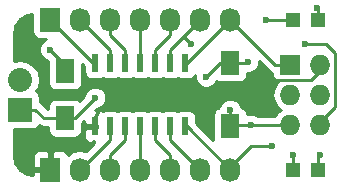
<source format=gbr>
G04 #@! TF.FileFunction,Copper,L1,Top,Signal*
%FSLAX46Y46*%
G04 Gerber Fmt 4.6, Leading zero omitted, Abs format (unit mm)*
G04 Created by KiCad (PCBNEW 4.0.5+dfsg1-4) date Sun Apr 15 21:38:30 2018*
%MOMM*%
%LPD*%
G01*
G04 APERTURE LIST*
%ADD10C,0.100000*%
%ADD11R,1.600000X2.000000*%
%ADD12R,1.198880X1.198880*%
%ADD13R,2.032000X2.032000*%
%ADD14O,2.032000X2.032000*%
%ADD15R,1.727200X2.032000*%
%ADD16O,1.727200X2.032000*%
%ADD17R,1.727200X1.727200*%
%ADD18O,1.727200X1.727200*%
%ADD19R,0.600000X1.500000*%
%ADD20C,0.600000*%
%ADD21C,0.250000*%
%ADD22C,0.254000*%
G04 APERTURE END LIST*
D10*
D11*
X158750000Y-82010000D03*
X158750000Y-78010000D03*
D12*
X178020980Y-73660000D03*
X180119020Y-73660000D03*
X180119020Y-86360000D03*
X178020980Y-86360000D03*
D13*
X154940000Y-81280000D03*
D14*
X154940000Y-78740000D03*
D15*
X157480000Y-86360000D03*
D16*
X160020000Y-86360000D03*
X162560000Y-86360000D03*
X165100000Y-86360000D03*
X167640000Y-86360000D03*
X170180000Y-86360000D03*
X172720000Y-86360000D03*
D15*
X157480000Y-73660000D03*
D16*
X160020000Y-73660000D03*
X162560000Y-73660000D03*
X165100000Y-73660000D03*
X167640000Y-73660000D03*
X170180000Y-73660000D03*
X172720000Y-73660000D03*
D17*
X177800000Y-77470000D03*
D18*
X180340000Y-77470000D03*
X177800000Y-80010000D03*
X180340000Y-80010000D03*
X177800000Y-82550000D03*
X180340000Y-82550000D03*
D11*
X172720000Y-82710000D03*
X172720000Y-77310000D03*
D19*
X161290000Y-82710000D03*
X162560000Y-82710000D03*
X163830000Y-82710000D03*
X165100000Y-82710000D03*
X166370000Y-82710000D03*
X167640000Y-82710000D03*
X168910000Y-82710000D03*
X168910000Y-77310000D03*
X167640000Y-77310000D03*
X166370000Y-77310000D03*
X165100000Y-77310000D03*
X163830000Y-77310000D03*
X162560000Y-77310000D03*
X161290000Y-77310000D03*
D20*
X161290000Y-80264000D03*
X179070000Y-75692000D03*
X180340000Y-85090000D03*
X170688000Y-78486000D03*
X174244000Y-77216000D03*
X175768000Y-73660000D03*
X157480000Y-76200000D03*
X180086000Y-72644000D03*
X178054000Y-85090000D03*
X174498000Y-80772000D03*
X165100000Y-78994000D03*
X174498000Y-82550000D03*
X172720000Y-81280000D03*
X176276000Y-84328000D03*
X169418000Y-75692000D03*
D21*
X158750000Y-82010000D02*
X159544000Y-82010000D01*
X159544000Y-82010000D02*
X161290000Y-80264000D01*
X154940000Y-81280000D02*
X156210000Y-81280000D01*
X156940000Y-82010000D02*
X158750000Y-82010000D01*
X156210000Y-81280000D02*
X156940000Y-82010000D01*
X180340000Y-82550000D02*
X180340000Y-82296000D01*
X180340000Y-82296000D02*
X181610000Y-81026000D01*
X181610000Y-81026000D02*
X181610000Y-76454000D01*
X181610000Y-76454000D02*
X180848000Y-75692000D01*
X180848000Y-75692000D02*
X179070000Y-75692000D01*
X180119020Y-86360000D02*
X180119020Y-85310980D01*
X180119020Y-85310980D02*
X180340000Y-85090000D01*
X172720000Y-77310000D02*
X171864000Y-77310000D01*
X171864000Y-77310000D02*
X170688000Y-78486000D01*
X172720000Y-77310000D02*
X174150000Y-77310000D01*
X174150000Y-77310000D02*
X174244000Y-77216000D01*
X178020980Y-73660000D02*
X175768000Y-73660000D01*
X178020980Y-73660000D02*
X177038000Y-73660000D01*
X158750000Y-78010000D02*
X158750000Y-77470000D01*
X158750000Y-77470000D02*
X157480000Y-76200000D01*
X161290000Y-77310000D02*
X161130000Y-77310000D01*
X161130000Y-77310000D02*
X157480000Y-73660000D01*
X180119020Y-72677020D02*
X180119020Y-73660000D01*
X180086000Y-72644000D02*
X180119020Y-72677020D01*
X178020980Y-86360000D02*
X178020980Y-85123020D01*
X178020980Y-85123020D02*
X178054000Y-85090000D01*
X180340000Y-77470000D02*
X180340000Y-77978000D01*
X180340000Y-77978000D02*
X179578000Y-78740000D01*
X176530000Y-78740000D02*
X174498000Y-80772000D01*
X179578000Y-78740000D02*
X176530000Y-78740000D01*
X161544000Y-81280000D02*
X161544000Y-81534000D01*
X161290000Y-81788000D02*
X161290000Y-82710000D01*
X161544000Y-81534000D02*
X161290000Y-81788000D01*
X161290000Y-82710000D02*
X161130000Y-82710000D01*
X162560000Y-82710000D02*
X162560000Y-83820000D01*
X162560000Y-83820000D02*
X160020000Y-86360000D01*
X163830000Y-82710000D02*
X163830000Y-83820000D01*
X162560000Y-85090000D02*
X162560000Y-86360000D01*
X163830000Y-83820000D02*
X162560000Y-85090000D01*
X174498000Y-82550000D02*
X172880000Y-82550000D01*
X172880000Y-82550000D02*
X172720000Y-82710000D01*
X177800000Y-82550000D02*
X174498000Y-82550000D01*
X172720000Y-81280000D02*
X172720000Y-82710000D01*
X165100000Y-82710000D02*
X165100000Y-86360000D01*
X166370000Y-82710000D02*
X166370000Y-83820000D01*
X167640000Y-85090000D02*
X167640000Y-86360000D01*
X166370000Y-83820000D02*
X167640000Y-85090000D01*
X167640000Y-82710000D02*
X167640000Y-83820000D01*
X167640000Y-83820000D02*
X170180000Y-86360000D01*
X174498000Y-84328000D02*
X172720000Y-86106000D01*
X176276000Y-84328000D02*
X174498000Y-84328000D01*
X172720000Y-86106000D02*
X172720000Y-86360000D01*
X168910000Y-82710000D02*
X169070000Y-82710000D01*
X169070000Y-82710000D02*
X172720000Y-86360000D01*
X160020000Y-73660000D02*
X162560000Y-76200000D01*
X162560000Y-76200000D02*
X162560000Y-77310000D01*
X162560000Y-73660000D02*
X162560000Y-74930000D01*
X163830000Y-76200000D02*
X163830000Y-77310000D01*
X162560000Y-74930000D02*
X163830000Y-76200000D01*
X165100000Y-73660000D02*
X165100000Y-77310000D01*
X167640000Y-73660000D02*
X167640000Y-74930000D01*
X166370000Y-76200000D02*
X166370000Y-77310000D01*
X167640000Y-74930000D02*
X166370000Y-76200000D01*
X168656000Y-75184000D02*
X168910000Y-75184000D01*
X168910000Y-75184000D02*
X169418000Y-75692000D01*
X170180000Y-73660000D02*
X168656000Y-75184000D01*
X168656000Y-75184000D02*
X167640000Y-76200000D01*
X167640000Y-76200000D02*
X167640000Y-77310000D01*
X177800000Y-77470000D02*
X176530000Y-77470000D01*
X176530000Y-77470000D02*
X172720000Y-73660000D01*
X168910000Y-77310000D02*
X169070000Y-77310000D01*
X169070000Y-77310000D02*
X172720000Y-73660000D01*
D22*
G36*
X160355000Y-82424250D02*
X160513750Y-82583000D01*
X161163000Y-82583000D01*
X161163000Y-82563000D01*
X161417000Y-82563000D01*
X161417000Y-82583000D01*
X161437000Y-82583000D01*
X161437000Y-82837000D01*
X161417000Y-82837000D01*
X161417000Y-82857000D01*
X161163000Y-82857000D01*
X161163000Y-82837000D01*
X160513750Y-82837000D01*
X160355000Y-82995750D01*
X160355000Y-83586309D01*
X160451673Y-83819698D01*
X160630301Y-83998327D01*
X160863690Y-84095000D01*
X161004250Y-84095000D01*
X161162998Y-83936252D01*
X161162998Y-84095000D01*
X161210198Y-84095000D01*
X160527579Y-84777619D01*
X160020000Y-84676655D01*
X159446511Y-84790729D01*
X158960330Y-85115585D01*
X158945500Y-85137780D01*
X158881927Y-84984302D01*
X158703299Y-84805673D01*
X158469910Y-84709000D01*
X157765750Y-84709000D01*
X157607000Y-84867750D01*
X157607000Y-86233000D01*
X157627000Y-86233000D01*
X157627000Y-86487000D01*
X157607000Y-86487000D01*
X157607000Y-86507000D01*
X157353000Y-86507000D01*
X157353000Y-86487000D01*
X156140150Y-86487000D01*
X155981400Y-86645750D01*
X155981400Y-86860618D01*
X155515011Y-86767848D01*
X154925830Y-86374170D01*
X154532152Y-85784989D01*
X154419310Y-85217691D01*
X155981400Y-85217691D01*
X155981400Y-86074250D01*
X156140150Y-86233000D01*
X157353000Y-86233000D01*
X157353000Y-84867750D01*
X157194250Y-84709000D01*
X156490090Y-84709000D01*
X156256701Y-84805673D01*
X156078073Y-84984302D01*
X155981400Y-85217691D01*
X154419310Y-85217691D01*
X154380000Y-85020069D01*
X154380000Y-82943440D01*
X155956000Y-82943440D01*
X156191317Y-82899162D01*
X156407441Y-82760090D01*
X156505696Y-82616288D01*
X156649161Y-82712148D01*
X156940000Y-82770000D01*
X157302560Y-82770000D01*
X157302560Y-83010000D01*
X157346838Y-83245317D01*
X157485910Y-83461441D01*
X157698110Y-83606431D01*
X157950000Y-83657440D01*
X159550000Y-83657440D01*
X159785317Y-83613162D01*
X160001441Y-83474090D01*
X160146431Y-83261890D01*
X160197440Y-83010000D01*
X160197440Y-82431362D01*
X160355000Y-82273802D01*
X160355000Y-82424250D01*
X160355000Y-82424250D01*
G37*
X160355000Y-82424250D02*
X160513750Y-82583000D01*
X161163000Y-82583000D01*
X161163000Y-82563000D01*
X161417000Y-82563000D01*
X161417000Y-82583000D01*
X161437000Y-82583000D01*
X161437000Y-82837000D01*
X161417000Y-82837000D01*
X161417000Y-82857000D01*
X161163000Y-82857000D01*
X161163000Y-82837000D01*
X160513750Y-82837000D01*
X160355000Y-82995750D01*
X160355000Y-83586309D01*
X160451673Y-83819698D01*
X160630301Y-83998327D01*
X160863690Y-84095000D01*
X161004250Y-84095000D01*
X161162998Y-83936252D01*
X161162998Y-84095000D01*
X161210198Y-84095000D01*
X160527579Y-84777619D01*
X160020000Y-84676655D01*
X159446511Y-84790729D01*
X158960330Y-85115585D01*
X158945500Y-85137780D01*
X158881927Y-84984302D01*
X158703299Y-84805673D01*
X158469910Y-84709000D01*
X157765750Y-84709000D01*
X157607000Y-84867750D01*
X157607000Y-86233000D01*
X157627000Y-86233000D01*
X157627000Y-86487000D01*
X157607000Y-86487000D01*
X157607000Y-86507000D01*
X157353000Y-86507000D01*
X157353000Y-86487000D01*
X156140150Y-86487000D01*
X155981400Y-86645750D01*
X155981400Y-86860618D01*
X155515011Y-86767848D01*
X154925830Y-86374170D01*
X154532152Y-85784989D01*
X154419310Y-85217691D01*
X155981400Y-85217691D01*
X155981400Y-86074250D01*
X156140150Y-86233000D01*
X157353000Y-86233000D01*
X157353000Y-84867750D01*
X157194250Y-84709000D01*
X156490090Y-84709000D01*
X156256701Y-84805673D01*
X156078073Y-84984302D01*
X155981400Y-85217691D01*
X154419310Y-85217691D01*
X154380000Y-85020069D01*
X154380000Y-82943440D01*
X155956000Y-82943440D01*
X156191317Y-82899162D01*
X156407441Y-82760090D01*
X156505696Y-82616288D01*
X156649161Y-82712148D01*
X156940000Y-82770000D01*
X157302560Y-82770000D01*
X157302560Y-83010000D01*
X157346838Y-83245317D01*
X157485910Y-83461441D01*
X157698110Y-83606431D01*
X157950000Y-83657440D01*
X159550000Y-83657440D01*
X159785317Y-83613162D01*
X160001441Y-83474090D01*
X160146431Y-83261890D01*
X160197440Y-83010000D01*
X160197440Y-82431362D01*
X160355000Y-82273802D01*
X160355000Y-82424250D01*
G36*
X155968960Y-74676000D02*
X156013238Y-74911317D01*
X156152310Y-75127441D01*
X156364510Y-75272431D01*
X156616400Y-75323440D01*
X157153005Y-75323440D01*
X156951057Y-75406883D01*
X156687808Y-75669673D01*
X156545162Y-76013201D01*
X156544838Y-76385167D01*
X156686883Y-76728943D01*
X156949673Y-76992192D01*
X157293201Y-77134838D01*
X157302560Y-77134846D01*
X157302560Y-79010000D01*
X157346838Y-79245317D01*
X157485910Y-79461441D01*
X157698110Y-79606431D01*
X157950000Y-79657440D01*
X159550000Y-79657440D01*
X159785317Y-79613162D01*
X160001441Y-79474090D01*
X160146431Y-79261890D01*
X160197440Y-79010000D01*
X160197440Y-77452243D01*
X160342560Y-77597363D01*
X160342560Y-78060000D01*
X160386838Y-78295317D01*
X160525910Y-78511441D01*
X160738110Y-78656431D01*
X160990000Y-78707440D01*
X161590000Y-78707440D01*
X161825317Y-78663162D01*
X161924528Y-78599322D01*
X162008110Y-78656431D01*
X162260000Y-78707440D01*
X162860000Y-78707440D01*
X163095317Y-78663162D01*
X163194528Y-78599322D01*
X163278110Y-78656431D01*
X163530000Y-78707440D01*
X164130000Y-78707440D01*
X164365317Y-78663162D01*
X164464528Y-78599322D01*
X164548110Y-78656431D01*
X164800000Y-78707440D01*
X165400000Y-78707440D01*
X165635317Y-78663162D01*
X165734528Y-78599322D01*
X165818110Y-78656431D01*
X166070000Y-78707440D01*
X166670000Y-78707440D01*
X166905317Y-78663162D01*
X167004528Y-78599322D01*
X167088110Y-78656431D01*
X167340000Y-78707440D01*
X167940000Y-78707440D01*
X168175317Y-78663162D01*
X168274528Y-78599322D01*
X168358110Y-78656431D01*
X168610000Y-78707440D01*
X169210000Y-78707440D01*
X169445317Y-78663162D01*
X169661441Y-78524090D01*
X169753083Y-78389968D01*
X169752838Y-78671167D01*
X169894883Y-79014943D01*
X170157673Y-79278192D01*
X170501201Y-79420838D01*
X170873167Y-79421162D01*
X171216943Y-79279117D01*
X171480192Y-79016327D01*
X171557272Y-78830699D01*
X171668110Y-78906431D01*
X171920000Y-78957440D01*
X173520000Y-78957440D01*
X173755317Y-78913162D01*
X173971441Y-78774090D01*
X174116431Y-78561890D01*
X174167440Y-78310000D01*
X174167440Y-78150934D01*
X174429167Y-78151162D01*
X174772943Y-78009117D01*
X175036192Y-77746327D01*
X175178838Y-77402799D01*
X175179020Y-77193822D01*
X175992599Y-78007401D01*
X176239161Y-78172148D01*
X176288960Y-78182054D01*
X176288960Y-78333600D01*
X176333238Y-78568917D01*
X176472310Y-78785041D01*
X176684510Y-78930031D01*
X176728131Y-78938864D01*
X176710971Y-78950330D01*
X176386115Y-79436511D01*
X176272041Y-80010000D01*
X176386115Y-80583489D01*
X176710971Y-81069670D01*
X177025752Y-81280000D01*
X176710971Y-81490330D01*
X176510738Y-81790000D01*
X175060463Y-81790000D01*
X175028327Y-81757808D01*
X174684799Y-81615162D01*
X174312833Y-81614838D01*
X174161314Y-81677444D01*
X174123162Y-81474683D01*
X173984090Y-81258559D01*
X173771890Y-81113569D01*
X173652952Y-81089483D01*
X173513117Y-80751057D01*
X173250327Y-80487808D01*
X172906799Y-80345162D01*
X172534833Y-80344838D01*
X172191057Y-80486883D01*
X171927808Y-80749673D01*
X171787536Y-81087485D01*
X171684683Y-81106838D01*
X171468559Y-81245910D01*
X171323569Y-81458110D01*
X171272560Y-81710000D01*
X171272560Y-83710000D01*
X171302171Y-83867368D01*
X169857440Y-82422638D01*
X169857440Y-81960000D01*
X169813162Y-81724683D01*
X169674090Y-81508559D01*
X169461890Y-81363569D01*
X169210000Y-81312560D01*
X168610000Y-81312560D01*
X168374683Y-81356838D01*
X168275472Y-81420678D01*
X168191890Y-81363569D01*
X167940000Y-81312560D01*
X167340000Y-81312560D01*
X167104683Y-81356838D01*
X167005472Y-81420678D01*
X166921890Y-81363569D01*
X166670000Y-81312560D01*
X166070000Y-81312560D01*
X165834683Y-81356838D01*
X165735472Y-81420678D01*
X165651890Y-81363569D01*
X165400000Y-81312560D01*
X164800000Y-81312560D01*
X164564683Y-81356838D01*
X164465472Y-81420678D01*
X164381890Y-81363569D01*
X164130000Y-81312560D01*
X163530000Y-81312560D01*
X163294683Y-81356838D01*
X163195472Y-81420678D01*
X163111890Y-81363569D01*
X162860000Y-81312560D01*
X162260000Y-81312560D01*
X162024683Y-81356838D01*
X161934020Y-81415178D01*
X161716310Y-81325000D01*
X161575750Y-81325000D01*
X161417002Y-81483748D01*
X161417002Y-81325000D01*
X161303802Y-81325000D01*
X161429680Y-81199122D01*
X161475167Y-81199162D01*
X161818943Y-81057117D01*
X162082192Y-80794327D01*
X162224838Y-80450799D01*
X162225162Y-80078833D01*
X162083117Y-79735057D01*
X161820327Y-79471808D01*
X161476799Y-79329162D01*
X161104833Y-79328838D01*
X160761057Y-79470883D01*
X160497808Y-79733673D01*
X160355162Y-80077201D01*
X160355121Y-80124077D01*
X159958572Y-80520626D01*
X159801890Y-80413569D01*
X159550000Y-80362560D01*
X157950000Y-80362560D01*
X157714683Y-80406838D01*
X157498559Y-80545910D01*
X157353569Y-80758110D01*
X157302560Y-81010000D01*
X157302560Y-81250000D01*
X157254802Y-81250000D01*
X156747401Y-80742599D01*
X156603440Y-80646408D01*
X156603440Y-80264000D01*
X156559162Y-80028683D01*
X156420090Y-79812559D01*
X156271163Y-79710802D01*
X156497670Y-79371810D01*
X156623345Y-78740000D01*
X156497670Y-78108190D01*
X156139778Y-77572567D01*
X155604155Y-77214675D01*
X154972345Y-77089000D01*
X154907655Y-77089000D01*
X154380000Y-77193957D01*
X154380000Y-74999931D01*
X154532152Y-74235011D01*
X154925830Y-73645830D01*
X155515011Y-73252152D01*
X155968960Y-73161856D01*
X155968960Y-74676000D01*
X155968960Y-74676000D01*
G37*
X155968960Y-74676000D02*
X156013238Y-74911317D01*
X156152310Y-75127441D01*
X156364510Y-75272431D01*
X156616400Y-75323440D01*
X157153005Y-75323440D01*
X156951057Y-75406883D01*
X156687808Y-75669673D01*
X156545162Y-76013201D01*
X156544838Y-76385167D01*
X156686883Y-76728943D01*
X156949673Y-76992192D01*
X157293201Y-77134838D01*
X157302560Y-77134846D01*
X157302560Y-79010000D01*
X157346838Y-79245317D01*
X157485910Y-79461441D01*
X157698110Y-79606431D01*
X157950000Y-79657440D01*
X159550000Y-79657440D01*
X159785317Y-79613162D01*
X160001441Y-79474090D01*
X160146431Y-79261890D01*
X160197440Y-79010000D01*
X160197440Y-77452243D01*
X160342560Y-77597363D01*
X160342560Y-78060000D01*
X160386838Y-78295317D01*
X160525910Y-78511441D01*
X160738110Y-78656431D01*
X160990000Y-78707440D01*
X161590000Y-78707440D01*
X161825317Y-78663162D01*
X161924528Y-78599322D01*
X162008110Y-78656431D01*
X162260000Y-78707440D01*
X162860000Y-78707440D01*
X163095317Y-78663162D01*
X163194528Y-78599322D01*
X163278110Y-78656431D01*
X163530000Y-78707440D01*
X164130000Y-78707440D01*
X164365317Y-78663162D01*
X164464528Y-78599322D01*
X164548110Y-78656431D01*
X164800000Y-78707440D01*
X165400000Y-78707440D01*
X165635317Y-78663162D01*
X165734528Y-78599322D01*
X165818110Y-78656431D01*
X166070000Y-78707440D01*
X166670000Y-78707440D01*
X166905317Y-78663162D01*
X167004528Y-78599322D01*
X167088110Y-78656431D01*
X167340000Y-78707440D01*
X167940000Y-78707440D01*
X168175317Y-78663162D01*
X168274528Y-78599322D01*
X168358110Y-78656431D01*
X168610000Y-78707440D01*
X169210000Y-78707440D01*
X169445317Y-78663162D01*
X169661441Y-78524090D01*
X169753083Y-78389968D01*
X169752838Y-78671167D01*
X169894883Y-79014943D01*
X170157673Y-79278192D01*
X170501201Y-79420838D01*
X170873167Y-79421162D01*
X171216943Y-79279117D01*
X171480192Y-79016327D01*
X171557272Y-78830699D01*
X171668110Y-78906431D01*
X171920000Y-78957440D01*
X173520000Y-78957440D01*
X173755317Y-78913162D01*
X173971441Y-78774090D01*
X174116431Y-78561890D01*
X174167440Y-78310000D01*
X174167440Y-78150934D01*
X174429167Y-78151162D01*
X174772943Y-78009117D01*
X175036192Y-77746327D01*
X175178838Y-77402799D01*
X175179020Y-77193822D01*
X175992599Y-78007401D01*
X176239161Y-78172148D01*
X176288960Y-78182054D01*
X176288960Y-78333600D01*
X176333238Y-78568917D01*
X176472310Y-78785041D01*
X176684510Y-78930031D01*
X176728131Y-78938864D01*
X176710971Y-78950330D01*
X176386115Y-79436511D01*
X176272041Y-80010000D01*
X176386115Y-80583489D01*
X176710971Y-81069670D01*
X177025752Y-81280000D01*
X176710971Y-81490330D01*
X176510738Y-81790000D01*
X175060463Y-81790000D01*
X175028327Y-81757808D01*
X174684799Y-81615162D01*
X174312833Y-81614838D01*
X174161314Y-81677444D01*
X174123162Y-81474683D01*
X173984090Y-81258559D01*
X173771890Y-81113569D01*
X173652952Y-81089483D01*
X173513117Y-80751057D01*
X173250327Y-80487808D01*
X172906799Y-80345162D01*
X172534833Y-80344838D01*
X172191057Y-80486883D01*
X171927808Y-80749673D01*
X171787536Y-81087485D01*
X171684683Y-81106838D01*
X171468559Y-81245910D01*
X171323569Y-81458110D01*
X171272560Y-81710000D01*
X171272560Y-83710000D01*
X171302171Y-83867368D01*
X169857440Y-82422638D01*
X169857440Y-81960000D01*
X169813162Y-81724683D01*
X169674090Y-81508559D01*
X169461890Y-81363569D01*
X169210000Y-81312560D01*
X168610000Y-81312560D01*
X168374683Y-81356838D01*
X168275472Y-81420678D01*
X168191890Y-81363569D01*
X167940000Y-81312560D01*
X167340000Y-81312560D01*
X167104683Y-81356838D01*
X167005472Y-81420678D01*
X166921890Y-81363569D01*
X166670000Y-81312560D01*
X166070000Y-81312560D01*
X165834683Y-81356838D01*
X165735472Y-81420678D01*
X165651890Y-81363569D01*
X165400000Y-81312560D01*
X164800000Y-81312560D01*
X164564683Y-81356838D01*
X164465472Y-81420678D01*
X164381890Y-81363569D01*
X164130000Y-81312560D01*
X163530000Y-81312560D01*
X163294683Y-81356838D01*
X163195472Y-81420678D01*
X163111890Y-81363569D01*
X162860000Y-81312560D01*
X162260000Y-81312560D01*
X162024683Y-81356838D01*
X161934020Y-81415178D01*
X161716310Y-81325000D01*
X161575750Y-81325000D01*
X161417002Y-81483748D01*
X161417002Y-81325000D01*
X161303802Y-81325000D01*
X161429680Y-81199122D01*
X161475167Y-81199162D01*
X161818943Y-81057117D01*
X162082192Y-80794327D01*
X162224838Y-80450799D01*
X162225162Y-80078833D01*
X162083117Y-79735057D01*
X161820327Y-79471808D01*
X161476799Y-79329162D01*
X161104833Y-79328838D01*
X160761057Y-79470883D01*
X160497808Y-79733673D01*
X160355162Y-80077201D01*
X160355121Y-80124077D01*
X159958572Y-80520626D01*
X159801890Y-80413569D01*
X159550000Y-80362560D01*
X157950000Y-80362560D01*
X157714683Y-80406838D01*
X157498559Y-80545910D01*
X157353569Y-80758110D01*
X157302560Y-81010000D01*
X157302560Y-81250000D01*
X157254802Y-81250000D01*
X156747401Y-80742599D01*
X156603440Y-80646408D01*
X156603440Y-80264000D01*
X156559162Y-80028683D01*
X156420090Y-79812559D01*
X156271163Y-79710802D01*
X156497670Y-79371810D01*
X156623345Y-78740000D01*
X156497670Y-78108190D01*
X156139778Y-77572567D01*
X155604155Y-77214675D01*
X154972345Y-77089000D01*
X154907655Y-77089000D01*
X154380000Y-77193957D01*
X154380000Y-74999931D01*
X154532152Y-74235011D01*
X154925830Y-73645830D01*
X155515011Y-73252152D01*
X155968960Y-73161856D01*
X155968960Y-74676000D01*
G36*
X180467000Y-77343000D02*
X180487000Y-77343000D01*
X180487000Y-77597000D01*
X180467000Y-77597000D01*
X180467000Y-77617000D01*
X180213000Y-77617000D01*
X180213000Y-77597000D01*
X180193000Y-77597000D01*
X180193000Y-77343000D01*
X180213000Y-77343000D01*
X180213000Y-77323000D01*
X180467000Y-77323000D01*
X180467000Y-77343000D01*
X180467000Y-77343000D01*
G37*
X180467000Y-77343000D02*
X180487000Y-77343000D01*
X180487000Y-77597000D01*
X180467000Y-77597000D01*
X180467000Y-77617000D01*
X180213000Y-77617000D01*
X180213000Y-77597000D01*
X180193000Y-77597000D01*
X180193000Y-77343000D01*
X180213000Y-77343000D01*
X180213000Y-77323000D01*
X180467000Y-77323000D01*
X180467000Y-77343000D01*
M02*

</source>
